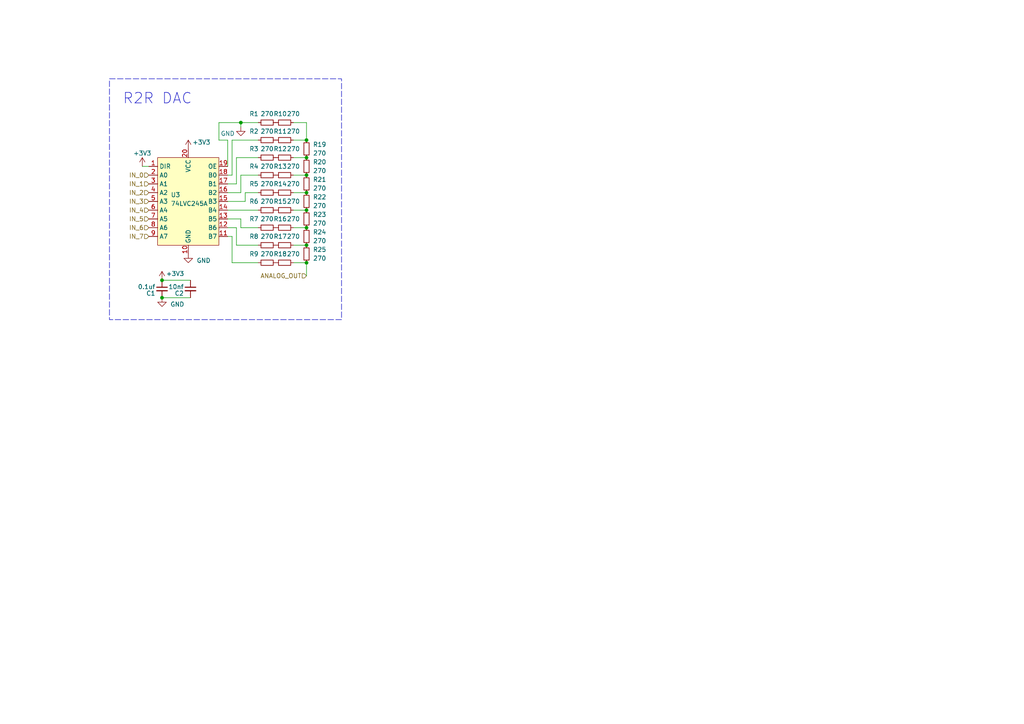
<source format=kicad_sch>
(kicad_sch (version 20230121) (generator eeschema)
  (paper "A4")
  (lib_symbols
    (symbol "Device:C_Small" (pin_numbers hide) (pin_names (offset 0.254) hide)
      (property "Reference" "C" (at 0.254 1.778 0))
      (property "Value" "C_Small" (at 0.254 -2.032 0))
      (symbol "C_Small_0_1"
        (polyline (pts (xy -1.524 -0.508) (xy 1.524 -0.508)) (stroke (width 0.3302)))
        (polyline (pts (xy -1.524 0.508) (xy 1.524 0.508)) (stroke (width 0.3048)))
      )
      (symbol "C_Small_1_1"
        (pin passive line (at 0 2.54 270) (length 2.032) (name "~") (number "1"))
        (pin passive line (at 0 -2.54 90) (length 2.032) (name "~") (number "2"))
      )
    )
    (symbol "Device:R_Small" (pin_numbers hide) (pin_names (offset 0.254) hide)
      (property "Reference" "R" (at 0.762 0.508 0))
      (property "Value" "R_Small" (at 0.762 -1.016 0))
      (symbol "R_Small_0_1"
        (rectangle (start -0.762 1.778) (end 0.762 -1.778) (stroke (width 0.2032)))
      )
      (symbol "R_Small_1_1"
        (pin passive line (at 0 2.54 270) (length 0.762) (name "~") (number "1"))
        (pin passive line (at 0 -2.54 90) (length 0.762) (name "~") (number "2"))
      )
    )
    (symbol "New_Library:74LVC245A"
      (property "Reference" "U" (at 0 1.27 0))
      (property "Value" "74LVC245A" (at 0 -2.54 0))
      (symbol "74LVC245A_1_0"
        (pin input line (at 11.43 5.08 180) (length 2.54) (name "B1") (number "17"))
        (pin input line (at -11.43 5.08 0) (length 2.54) (name "A1") (number "3"))
      )
      (symbol "74LVC245A_1_1"
        (rectangle (start -8.89 12.7) (end 8.89 -12.7) (fill (type background)))
        (pin input line (at -11.43 10.16 0) (length 2.54) (name "DIR") (number "1"))
        (pin input line (at 0 -15.24 90) (length 2.54) (name "GND") (number "10"))
        (pin input line (at 11.43 -10.16 180) (length 2.54) (name "B7") (number "11"))
        (pin input line (at 11.43 -7.62 180) (length 2.54) (name "B6") (number "12"))
        (pin input line (at 11.43 -5.08 180) (length 2.54) (name "B5") (number "13"))
        (pin input line (at 11.43 -2.54 180) (length 2.54) (name "B4") (number "14"))
        (pin input line (at 11.43 0 180) (length 2.54) (name "B3") (number "15"))
        (pin input line (at 11.43 2.54 180) (length 2.54) (name "B2") (number "16"))
        (pin input line (at 11.43 7.62 180) (length 2.54) (name "B0") (number "18"))
        (pin input line (at 11.43 10.16 180) (length 2.54) (name "OE") (number "19"))
        (pin input line (at -11.43 7.62 0) (length 2.54) (name "A0") (number "2"))
        (pin input line (at 0 15.24 270) (length 2.54) (name "VCC") (number "20"))
        (pin input line (at -11.43 2.54 0) (length 2.54) (name "A2") (number "4"))
        (pin input line (at -11.43 0 0) (length 2.54) (name "A3") (number "5"))
        (pin input line (at -11.43 -2.54 0) (length 2.54) (name "A4") (number "6"))
        (pin input line (at -11.43 -5.08 0) (length 2.54) (name "A5") (number "7"))
        (pin input line (at -11.43 -7.62 0) (length 2.54) (name "A6") (number "8"))
        (pin input line (at -11.43 -10.16 0) (length 2.54) (name "A7") (number "9"))
      )
    )
    (symbol "power:+3V3" (power) (pin_names (offset 0))
      (property "Value" "+3V3" (at 0 3.556 0))
      (symbol "+3V3_0_1"
        (polyline (pts (xy -0.762 1.27) (xy 0 2.54)))
        (polyline (pts (xy 0 0) (xy 0 2.54)))
        (polyline (pts (xy 0 2.54) (xy 0.762 1.27)))
      )
      (symbol "+3V3_1_1"
        (pin power_in line (at 0 0 90) (length 0) hide (name "+3V3") (number "1"))
      )
    )
    (symbol "power:GND" (power) (pin_names (offset 0))
      (property "Value" "GND" (at 0 -3.81 0))
      (symbol "GND_0_1"
        (polyline (pts (xy 0 0) (xy 0 -1.27) (xy 1.27 -1.27) (xy 0 -2.54) (xy -1.27 -1.27) (xy 0 -1.27)))
      )
      (symbol "GND_1_1"
        (pin power_in line (at 0 0 270) (length 0) hide (name "GND") (number "1"))
      )
    )
  )
  (junction (at 88.9 45.72))
  (junction (at 88.9 50.8))
  (junction (at 69.85 35.56))
  (junction (at 88.9 71.12))
  (junction (at 46.99 81.28))
  (junction (at 88.9 40.64))
  (junction (at 88.9 76.2))
  (junction (at 88.9 60.96))
  (junction (at 46.99 86.36))
  (junction (at 88.9 55.88))
  (junction (at 88.9 66.04))
  (wire (pts (xy 66.04 53.34) (xy 68.58 53.34)))
  (wire (pts (xy 67.31 68.58) (xy 67.31 76.2)))
  (wire (pts (xy 85.09 76.2) (xy 88.9 76.2)))
  (wire (pts (xy 66.04 55.88) (xy 69.85 55.88)))
  (wire (pts (xy 68.58 53.34) (xy 68.58 45.72)))
  (wire (pts (xy 88.9 35.56) (xy 85.09 35.56)))
  (wire (pts (xy 88.9 40.64) (xy 88.9 35.56)))
  (wire (pts (xy 69.85 66.04) (xy 74.93 66.04)))
  (wire (pts (xy 85.09 45.72) (xy 88.9 45.72)))
  (wire (pts (xy 63.5 40.64) (xy 63.5 35.56)))
  (wire (pts (xy 66.04 58.42) (xy 71.12 58.42)))
  (wire (pts (xy 68.58 66.04) (xy 68.58 71.12)))
  (wire (pts (xy 68.58 71.12) (xy 74.93 71.12)))
  (wire (pts (xy 85.09 40.64) (xy 88.9 40.64)))
  (wire (pts (xy 88.9 76.2) (xy 88.9 80.01)))
  (wire (pts (xy 66.04 48.26) (xy 66.04 40.64)))
  (wire (pts (xy 85.09 71.12) (xy 88.9 71.12)))
  (wire (pts (xy 71.12 58.42) (xy 71.12 55.88)))
  (wire (pts (xy 67.31 76.2) (xy 74.93 76.2)))
  (wire (pts (xy 46.99 81.28) (xy 55.245 81.28)))
  (wire (pts (xy 69.85 50.8) (xy 74.93 50.8)))
  (wire (pts (xy 66.04 63.5) (xy 69.85 63.5)))
  (wire (pts (xy 85.09 66.04) (xy 88.9 66.04)))
  (wire (pts (xy 68.58 45.72) (xy 74.93 45.72)))
  (wire (pts (xy 69.85 35.56) (xy 74.93 35.56)))
  (wire (pts (xy 63.5 35.56) (xy 69.85 35.56)))
  (wire (pts (xy 85.09 60.96) (xy 88.9 60.96)))
  (wire (pts (xy 66.04 50.8) (xy 67.31 50.8)))
  (wire (pts (xy 69.85 36.83) (xy 69.85 35.56)))
  (wire (pts (xy 67.31 50.8) (xy 67.31 40.64)))
  (wire (pts (xy 66.04 68.58) (xy 67.31 68.58)))
  (wire (pts (xy 46.99 86.36) (xy 55.245 86.36)))
  (wire (pts (xy 67.31 40.64) (xy 74.93 40.64)))
  (wire (pts (xy 85.09 55.88) (xy 88.9 55.88)))
  (wire (pts (xy 66.04 60.96) (xy 74.93 60.96)))
  (wire (pts (xy 66.04 40.64) (xy 63.5 40.64)))
  (wire (pts (xy 41.275 48.26) (xy 43.18 48.26)))
  (wire (pts (xy 85.09 50.8) (xy 88.9 50.8)))
  (wire (pts (xy 69.85 55.88) (xy 69.85 50.8)))
  (wire (pts (xy 66.04 66.04) (xy 68.58 66.04)))
  (wire (pts (xy 71.12 55.88) (xy 74.93 55.88)))
  (wire (pts (xy 69.85 63.5) (xy 69.85 66.04)))
  (rectangle (start 31.75 22.86) (end 99.06 92.71) (stroke (width 0) (type dash)))
  (text "R2R DAC" (at 35.56 30.48 0) (effects (font (size 3.048 3.048)) (justify left bottom)))
  (hierarchical_label "ANALOG_OUT" (shape input) (at 88.9 80.01 180))
  (hierarchical_label "IN_0" (shape input) (at 43.18 50.8 180))
  (hierarchical_label "IN_4" (shape input) (at 43.18 60.96 180))
  (hierarchical_label "IN_5" (shape input) (at 43.18 63.5 180))
  (hierarchical_label "IN_2" (shape input) (at 43.18 55.88 180))
  (hierarchical_label "IN_7" (shape input) (at 43.18 68.58 180))
  (hierarchical_label "IN_1" (shape input) (at 43.18 53.34 180))
  (hierarchical_label "IN_3" (shape input) (at 43.18 58.42 180))
  (hierarchical_label "IN_6" (shape input) (at 43.18 66.04 180))
  (symbol (lib_id "Device:R_Small") (at 88.9 48.26 180) (unit 1)
    (property "Reference" "R20" (at 92.71 46.99 0))
    (property "Value" "270" (at 92.71 49.53 0))
    (property "Footprint" "Resistor_SMD:R_0603_1608Metric" (effects hide))
    (instances (project "iCE40HX-expansion" (path "" (reference "R20") (unit 1)) (path "" (reference "R45") (unit 1)) (path "" (reference "R76") (unit 1))))
  )
  (symbol (lib_id "Device:R_Small") (at 88.9 63.5 180) (unit 1)
    (property "Reference" "R23" (at 92.71 62.23 0))
    (property "Value" "270" (at 92.71 64.77 0))
    (property "Footprint" "Resistor_SMD:R_0603_1608Metric" (effects hide))
    (instances (project "iCE40HX-expansion" (path "" (reference "R23") (unit 1)) (path "" (reference "R48") (unit 1)) (path "" (reference "R79") (unit 1))))
  )
  (symbol (lib_id "Device:R_Small") (at 82.55 55.88 90) (unit 1)
    (property "Reference" "R14" (at 81.28 53.34 90))
    (property "Value" "270" (at 85.09 53.34 90))
    (property "Footprint" "Resistor_SMD:R_0603_1608Metric" (effects hide))
    (instances (project "iCE40HX-expansion" (path "" (reference "R14") (unit 1)) (path "" (reference "R39") (unit 1)) (path "" (reference "R70") (unit 1))))
  )
  (symbol (lib_id "Device:R_Small") (at 88.9 58.42 180) (unit 1)
    (property "Reference" "R22" (at 92.71 57.15 0))
    (property "Value" "270" (at 92.71 59.69 0))
    (property "Footprint" "Resistor_SMD:R_0603_1608Metric" (effects hide))
    (instances (project "iCE40HX-expansion" (path "" (reference "R22") (unit 1)) (path "" (reference "R47") (unit 1)) (path "" (reference "R78") (unit 1))))
  )
  (symbol (lib_id "Device:R_Small") (at 77.47 76.2 90) (unit 1)
    (property "Reference" "R9" (at 73.66 73.66 90))
    (property "Value" "270" (at 77.47 73.66 90))
    (property "Footprint" "Resistor_SMD:R_0603_1608Metric" (effects hide))
    (instances (project "iCE40HX-expansion" (path "" (reference "R9") (unit 1)) (path "" (reference "R34") (unit 1)) (path "" (reference "R65") (unit 1))))
  )
  (symbol (lib_id "Device:R_Small") (at 77.47 35.56 90) (unit 1)
    (property "Reference" "R1" (at 73.66 33.02 90))
    (property "Value" "270" (at 77.47 33.02 90))
    (property "Footprint" "Resistor_SMD:R_0603_1608Metric" (effects hide))
    (instances (project "iCE40HX-expansion" (path "" (reference "R1") (unit 1)) (path "" (reference "R26") (unit 1)) (path "" (reference "R51") (unit 1))))
  )
  (symbol (lib_id "Device:R_Small") (at 82.55 66.04 90) (unit 1)
    (property "Reference" "R16" (at 81.28 63.5 90))
    (property "Value" "270" (at 85.09 63.5 90))
    (property "Footprint" "Resistor_SMD:R_0603_1608Metric" (effects hide))
    (instances (project "iCE40HX-expansion" (path "" (reference "R16") (unit 1)) (path "" (reference "R41") (unit 1)) (path "" (reference "R72") (unit 1))))
  )
  (symbol (lib_id "Device:R_Small") (at 82.55 60.96 90) (unit 1)
    (property "Reference" "R15" (at 81.28 58.42 90))
    (property "Value" "270" (at 85.09 58.42 90))
    (property "Footprint" "Resistor_SMD:R_0603_1608Metric" (effects hide))
    (instances (project "iCE40HX-expansion" (path "" (reference "R15") (unit 1)) (path "" (reference "R40") (unit 1)) (path "" (reference "R71") (unit 1))))
  )
  (symbol (lib_id "power:+3V3") (at 41.275 48.26 0) (unit 1)
    (property "Reference" "#PWR07" (effects hide))
    (property "Value" "+3V3" (at 41.275 44.45 0))
    (instances (project "iCE40HX-expansion" (path "" (reference "#PWR07") (unit 1)) (path "" (reference "#PWR019") (unit 1)) (path "" (reference "#PWR025") (unit 1))))
  )
  (symbol (lib_id "Device:R_Small") (at 88.9 73.66 180) (unit 1)
    (property "Reference" "R25" (at 92.71 72.39 0))
    (property "Value" "270" (at 92.71 74.93 0))
    (property "Footprint" "Resistor_SMD:R_0603_1608Metric" (effects hide))
    (instances (project "iCE40HX-expansion" (path "" (reference "R25") (unit 1)) (path "" (reference "R50") (unit 1)) (path "" (reference "R81") (unit 1))))
  )
  (symbol (lib_id "Device:R_Small") (at 77.47 50.8 90) (unit 1)
    (property "Reference" "R4" (at 73.66 48.26 90))
    (property "Value" "270" (at 77.47 48.26 90))
    (property "Footprint" "Resistor_SMD:R_0603_1608Metric" (effects hide))
    (instances (project "iCE40HX-expansion" (path "" (reference "R4") (unit 1)) (path "" (reference "R29") (unit 1)) (path "" (reference "R54") (unit 1))))
  )
  (symbol (lib_id "Device:R_Small") (at 77.47 45.72 90) (unit 1)
    (property "Reference" "R3" (at 73.66 43.18 90))
    (property "Value" "270" (at 77.47 43.18 90))
    (property "Footprint" "Resistor_SMD:R_0603_1608Metric" (effects hide))
    (instances (project "iCE40HX-expansion" (path "" (reference "R3") (unit 1)) (path "" (reference "R28") (unit 1)) (path "" (reference "R53") (unit 1))))
  )
  (symbol (lib_id "New_Library:74LVC245A") (at 54.61 58.42 0) (unit 1)
    (property "Reference" "U3" (at 49.53 56.515 0) (effects (justify left)))
    (property "Value" "74LVC245A" (at 49.53 59.055 0) (effects (justify left)))
    (property "Footprint" "Package_SO:TSSOP-20_4.4x6.5mm_P0.65mm" (effects hide))
    (instances (project "iCE40HX-expansion" (path "" (reference "U3") (unit 1)) (path "" (reference "U4") (unit 1)) (path "" (reference "U6") (unit 1))))
  )
  (symbol (lib_id "Device:R_Small") (at 77.47 40.64 90) (unit 1)
    (property "Reference" "R2" (at 73.66 38.1 90))
    (property "Value" "270" (at 77.47 38.1 90))
    (property "Footprint" "Resistor_SMD:R_0603_1608Metric" (effects hide))
    (instances (project "iCE40HX-expansion" (path "" (reference "R2") (unit 1)) (path "" (reference "R27") (unit 1)) (path "" (reference "R52") (unit 1))))
  )
  (symbol (lib_id "Device:C_Small") (at 55.245 83.82 0) (unit 1)
    (property "Reference" "C2" (at 53.34 85.09 0) (effects (justify right)))
    (property "Value" "10nf" (at 53.34 83.185 0) (effects (justify right)))
    (property "Footprint" "Capacitor_SMD:C_0603_1608Metric" (effects hide))
    (instances (project "iCE40HX-expansion" (path "" (reference "C2") (unit 1)) (path "" (reference "C4") (unit 1)) (path "" (reference "C6") (unit 1))))
  )
  (symbol (lib_id "Device:R_Small") (at 77.47 55.88 90) (unit 1)
    (property "Reference" "R5" (at 73.66 53.34 90))
    (property "Value" "270" (at 77.47 53.34 90))
    (property "Footprint" "Resistor_SMD:R_0603_1608Metric" (effects hide))
    (instances (project "iCE40HX-expansion" (path "" (reference "R5") (unit 1)) (path "" (reference "R30") (unit 1)) (path "" (reference "R55") (unit 1))))
  )
  (symbol (lib_id "power:GND") (at 69.85 36.83 0) (mirror y) (unit 1)
    (property "Reference" "#PWR018" (effects hide))
    (property "Value" "GND" (at 66.04 38.735 0))
    (instances (project "iCE40HX-expansion" (path "" (reference "#PWR018") (unit 1)) (path "" (reference "#PWR024") (unit 1)) (path "" (reference "#PWR031") (unit 1))))
  )
  (symbol (lib_id "Device:R_Small") (at 82.55 40.64 90) (unit 1)
    (property "Reference" "R11" (at 81.28 38.1 90))
    (property "Value" "270" (at 85.09 38.1 90))
    (property "Footprint" "Resistor_SMD:R_0603_1608Metric" (effects hide))
    (instances (project "iCE40HX-expansion" (path "" (reference "R11") (unit 1)) (path "" (reference "R36") (unit 1)) (path "" (reference "R67") (unit 1))))
  )
  (symbol (lib_id "Device:C_Small") (at 46.99 83.82 0) (unit 1)
    (property "Reference" "C1" (at 45.085 85.09 0) (effects (justify right)))
    (property "Value" "0.1uf" (at 45.085 83.185 0) (effects (justify right)))
    (property "Footprint" "Capacitor_SMD:C_0603_1608Metric" (effects hide))
    (instances (project "iCE40HX-expansion" (path "" (reference "C1") (unit 1)) (path "" (reference "C3") (unit 1)) (path "" (reference "C5") (unit 1))))
  )
  (symbol (lib_id "power:+3V3") (at 54.61 43.18 0) (unit 1)
    (property "Reference" "#PWR016" (effects hide))
    (property "Value" "+3V3" (at 58.42 41.275 0))
    (instances (project "iCE40HX-expansion" (path "" (reference "#PWR016") (unit 1)) (path "" (reference "#PWR022") (unit 1)) (path "" (reference "#PWR028") (unit 1))))
  )
  (symbol (lib_id "Device:R_Small") (at 88.9 53.34 180) (unit 1)
    (property "Reference" "R21" (at 92.71 52.07 0))
    (property "Value" "270" (at 92.71 54.61 0))
    (property "Footprint" "Resistor_SMD:R_0603_1608Metric" (effects hide))
    (instances (project "iCE40HX-expansion" (path "" (reference "R21") (unit 1)) (path "" (reference "R46") (unit 1)) (path "" (reference "R77") (unit 1))))
  )
  (symbol (lib_id "Device:R_Small") (at 82.55 35.56 90) (unit 1)
    (property "Reference" "R10" (at 81.28 33.02 90))
    (property "Value" "270" (at 85.09 33.02 90))
    (property "Footprint" "Resistor_SMD:R_0603_1608Metric" (effects hide))
    (instances (project "iCE40HX-expansion" (path "" (reference "R10") (unit 1)) (path "" (reference "R35") (unit 1)) (path "" (reference "R66") (unit 1))))
  )
  (symbol (lib_id "Device:R_Small") (at 88.9 43.18 180) (unit 1)
    (property "Reference" "R19" (at 92.71 41.91 0))
    (property "Value" "270" (at 92.71 44.45 0))
    (property "Footprint" "Resistor_SMD:R_0603_1608Metric" (effects hide))
    (instances (project "iCE40HX-expansion" (path "" (reference "R19") (unit 1)) (path "" (reference "R44") (unit 1)) (path "" (reference "R75") (unit 1))))
  )
  (symbol (lib_id "power:GND") (at 46.99 86.36 0) (unit 1)
    (property "Reference" "#PWR015" (effects hide))
    (property "Value" "GND" (at 51.435 88.265 0))
    (instances (project "iCE40HX-expansion" (path "" (reference "#PWR015") (unit 1)) (path "" (reference "#PWR021") (unit 1)) (path "" (reference "#PWR027") (unit 1))))
  )
  (symbol (lib_id "power:+3V3") (at 46.99 81.28 0) (unit 1)
    (property "Reference" "#PWR014" (effects hide))
    (property "Value" "+3V3" (at 50.8 79.375 0))
    (instances (project "iCE40HX-expansion" (path "" (reference "#PWR014") (unit 1)) (path "" (reference "#PWR020") (unit 1)) (path "" (reference "#PWR026") (unit 1))))
  )
  (symbol (lib_id "Device:R_Small") (at 77.47 71.12 90) (unit 1)
    (property "Reference" "R8" (at 73.66 68.58 90))
    (property "Value" "270" (at 77.47 68.58 90))
    (property "Footprint" "Resistor_SMD:R_0603_1608Metric" (effects hide))
    (instances (project "iCE40HX-expansion" (path "" (reference "R8") (unit 1)) (path "" (reference "R33") (unit 1)) (path "" (reference "R64") (unit 1))))
  )
  (symbol (lib_id "Device:R_Small") (at 82.55 76.2 90) (unit 1)
    (property "Reference" "R18" (at 81.28 73.66 90))
    (property "Value" "270" (at 85.09 73.66 90))
    (property "Footprint" "Resistor_SMD:R_0603_1608Metric" (effects hide))
    (instances (project "iCE40HX-expansion" (path "" (reference "R18") (unit 1)) (path "" (reference "R43") (unit 1)) (path "" (reference "R74") (unit 1))))
  )
  (symbol (lib_id "Device:R_Small") (at 88.9 68.58 180) (unit 1)
    (property "Reference" "R24" (at 92.71 67.31 0))
    (property "Value" "270" (at 92.71 69.85 0))
    (property "Footprint" "Resistor_SMD:R_0603_1608Metric" (effects hide))
    (instances (project "iCE40HX-expansion" (path "" (reference "R24") (unit 1)) (path "" (reference "R49") (unit 1)) (path "" (reference "R80") (unit 1))))
  )
  (symbol (lib_id "power:GND") (at 54.61 73.66 0) (unit 1)
    (property "Reference" "#PWR017" (effects hide))
    (property "Value" "GND" (at 59.055 75.565 0))
    (instances (project "iCE40HX-expansion" (path "" (reference "#PWR017") (unit 1)) (path "" (reference "#PWR023") (unit 1)) (path "" (reference "#PWR029") (unit 1))))
  )
  (symbol (lib_id "Device:R_Small") (at 82.55 50.8 90) (unit 1)
    (property "Reference" "R13" (at 81.28 48.26 90))
    (property "Value" "270" (at 85.09 48.26 90))
    (property "Footprint" "Resistor_SMD:R_0603_1608Metric" (effects hide))
    (instances (project "iCE40HX-expansion" (path "" (reference "R13") (unit 1)) (path "" (reference "R38") (unit 1)) (path "" (reference "R69") (unit 1))))
  )
  (symbol (lib_id "Device:R_Small") (at 82.55 71.12 90) (unit 1)
    (property "Reference" "R17" (at 81.28 68.58 90))
    (property "Value" "270" (at 85.09 68.58 90))
    (property "Footprint" "Resistor_SMD:R_0603_1608Metric" (effects hide))
    (instances (project "iCE40HX-expansion" (path "" (reference "R17") (unit 1)) (path "" (reference "R42") (unit 1)) (path "" (reference "R73") (unit 1))))
  )
  (symbol (lib_id "Device:R_Small") (at 77.47 66.04 90) (unit 1)
    (property "Reference" "R7" (at 73.66 63.5 90))
    (property "Value" "270" (at 77.47 63.5 90))
    (property "Footprint" "Resistor_SMD:R_0603_1608Metric" (effects hide))
    (instances (project "iCE40HX-expansion" (path "" (reference "R7") (unit 1)) (path "" (reference "R32") (unit 1)) (path "" (reference "R63") (unit 1))))
  )
  (symbol (lib_id "Device:R_Small") (at 77.47 60.96 90) (unit 1)
    (property "Reference" "R6" (at 73.66 58.42 90))
    (property "Value" "270" (at 77.47 58.42 90))
    (property "Footprint" "Resistor_SMD:R_0603_1608Metric" (effects hide))
    (instances (project "iCE40HX-expansion" (path "" (reference "R6") (unit 1)) (path "" (reference "R31") (unit 1)) (path "" (reference "R62") (unit 1))))
  )
  (symbol (lib_id "Device:R_Small") (at 82.55 45.72 90) (unit 1)
    (property "Reference" "R12" (at 81.28 43.18 90))
    (property "Value" "270" (at 85.09 43.18 90))
    (property "Footprint" "Resistor_SMD:R_0603_1608Metric" (effects hide))
    (instances (project "iCE40HX-expansion" (path "" (reference "R12") (unit 1)) (path "" (reference "R37") (unit 1)) (path "" (reference "R68") (unit 1))))
  )
)
</source>
